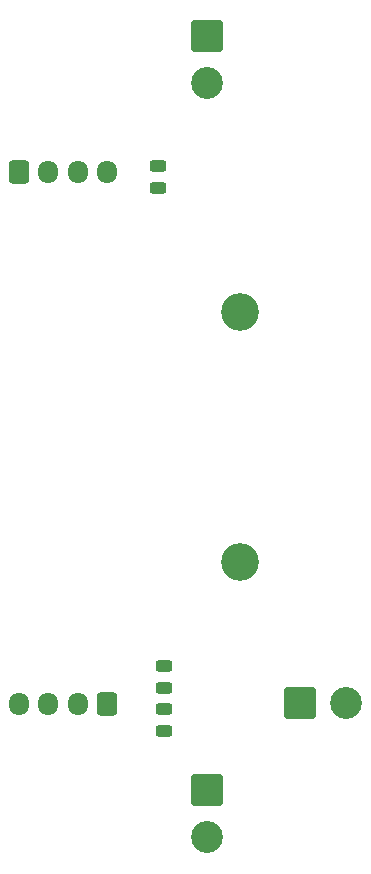
<source format=gbr>
%TF.GenerationSoftware,KiCad,Pcbnew,7.0.6*%
%TF.CreationDate,2024-02-11T22:16:59+09:00*%
%TF.ProjectId,MotorDriver_Right_DRV8874_20240206,4d6f746f-7244-4726-9976-65725f526967,rev?*%
%TF.SameCoordinates,Original*%
%TF.FileFunction,Soldermask,Bot*%
%TF.FilePolarity,Negative*%
%FSLAX46Y46*%
G04 Gerber Fmt 4.6, Leading zero omitted, Abs format (unit mm)*
G04 Created by KiCad (PCBNEW 7.0.6) date 2024-02-11 22:16:59*
%MOMM*%
%LPD*%
G01*
G04 APERTURE LIST*
G04 Aperture macros list*
%AMRoundRect*
0 Rectangle with rounded corners*
0 $1 Rounding radius*
0 $2 $3 $4 $5 $6 $7 $8 $9 X,Y pos of 4 corners*
0 Add a 4 corners polygon primitive as box body*
4,1,4,$2,$3,$4,$5,$6,$7,$8,$9,$2,$3,0*
0 Add four circle primitives for the rounded corners*
1,1,$1+$1,$2,$3*
1,1,$1+$1,$4,$5*
1,1,$1+$1,$6,$7*
1,1,$1+$1,$8,$9*
0 Add four rect primitives between the rounded corners*
20,1,$1+$1,$2,$3,$4,$5,0*
20,1,$1+$1,$4,$5,$6,$7,0*
20,1,$1+$1,$6,$7,$8,$9,0*
20,1,$1+$1,$8,$9,$2,$3,0*%
G04 Aperture macros list end*
%ADD10O,1.700000X1.950000*%
%ADD11RoundRect,0.250000X0.600000X0.725000X-0.600000X0.725000X-0.600000X-0.725000X0.600000X-0.725000X0*%
%ADD12C,2.700000*%
%ADD13RoundRect,0.250001X-1.099999X1.099999X-1.099999X-1.099999X1.099999X-1.099999X1.099999X1.099999X0*%
%ADD14RoundRect,0.243750X0.456250X-0.243750X0.456250X0.243750X-0.456250X0.243750X-0.456250X-0.243750X0*%
%ADD15RoundRect,0.250000X-0.600000X-0.725000X0.600000X-0.725000X0.600000X0.725000X-0.600000X0.725000X0*%
%ADD16C,3.200000*%
%ADD17RoundRect,0.250001X-1.099999X-1.099999X1.099999X-1.099999X1.099999X1.099999X-1.099999X1.099999X0*%
G04 APERTURE END LIST*
D10*
%TO.C,J4*%
X95734915Y-97162133D03*
X98234915Y-97162133D03*
X100734915Y-97162133D03*
D11*
X103234915Y-97162133D03*
%TD*%
D12*
%TO.C,M4*%
X111684915Y-44617133D03*
D13*
X111684915Y-40657133D03*
%TD*%
D14*
%TO.C,PWR*%
X107500000Y-51625000D03*
X107500000Y-53500000D03*
%TD*%
D10*
%TO.C,J5*%
X103234915Y-52112133D03*
X100734915Y-52112133D03*
X98234915Y-52112133D03*
D15*
X95734915Y-52112133D03*
%TD*%
D16*
%TO.C,REF\u002A\u002A*%
X114466810Y-63962500D03*
%TD*%
D12*
%TO.C,M3*%
X111684915Y-108467867D03*
D13*
X111684915Y-104507867D03*
%TD*%
D14*
%TO.C,M4*%
X108000000Y-97625000D03*
X108000000Y-99500000D03*
%TD*%
%TO.C,M3*%
X108000000Y-93950000D03*
X108000000Y-95825000D03*
%TD*%
D16*
%TO.C,REF\u002A\u002A*%
X114466810Y-85162500D03*
%TD*%
D12*
%TO.C,VIN*%
X123464915Y-97137133D03*
D17*
X119504915Y-97137133D03*
%TD*%
M02*

</source>
